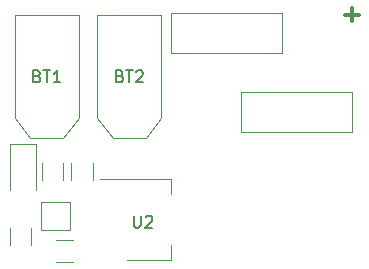
<source format=gbr>
%TF.GenerationSoftware,KiCad,Pcbnew,7.0.7*%
%TF.CreationDate,2024-08-19T02:41:26-07:00*%
%TF.ProjectId,CombatPDB,436f6d62-6174-4504-9442-2e6b69636164,rev?*%
%TF.SameCoordinates,Original*%
%TF.FileFunction,Legend,Top*%
%TF.FilePolarity,Positive*%
%FSLAX46Y46*%
G04 Gerber Fmt 4.6, Leading zero omitted, Abs format (unit mm)*
G04 Created by KiCad (PCBNEW 7.0.7) date 2024-08-19 02:41:26*
%MOMM*%
%LPD*%
G01*
G04 APERTURE LIST*
%ADD10C,0.300000*%
%ADD11C,0.150000*%
%ADD12C,0.120000*%
G04 APERTURE END LIST*
D10*
X163445489Y-63729400D02*
X162302632Y-63729400D01*
X162874060Y-64300828D02*
X162874060Y-63157971D01*
D11*
X136214285Y-68931009D02*
X136357142Y-68978628D01*
X136357142Y-68978628D02*
X136404761Y-69026247D01*
X136404761Y-69026247D02*
X136452380Y-69121485D01*
X136452380Y-69121485D02*
X136452380Y-69264342D01*
X136452380Y-69264342D02*
X136404761Y-69359580D01*
X136404761Y-69359580D02*
X136357142Y-69407200D01*
X136357142Y-69407200D02*
X136261904Y-69454819D01*
X136261904Y-69454819D02*
X135880952Y-69454819D01*
X135880952Y-69454819D02*
X135880952Y-68454819D01*
X135880952Y-68454819D02*
X136214285Y-68454819D01*
X136214285Y-68454819D02*
X136309523Y-68502438D01*
X136309523Y-68502438D02*
X136357142Y-68550057D01*
X136357142Y-68550057D02*
X136404761Y-68645295D01*
X136404761Y-68645295D02*
X136404761Y-68740533D01*
X136404761Y-68740533D02*
X136357142Y-68835771D01*
X136357142Y-68835771D02*
X136309523Y-68883390D01*
X136309523Y-68883390D02*
X136214285Y-68931009D01*
X136214285Y-68931009D02*
X135880952Y-68931009D01*
X136738095Y-68454819D02*
X137309523Y-68454819D01*
X137023809Y-69454819D02*
X137023809Y-68454819D01*
X138166666Y-69454819D02*
X137595238Y-69454819D01*
X137880952Y-69454819D02*
X137880952Y-68454819D01*
X137880952Y-68454819D02*
X137785714Y-68597676D01*
X137785714Y-68597676D02*
X137690476Y-68692914D01*
X137690476Y-68692914D02*
X137595238Y-68740533D01*
X143214285Y-68931009D02*
X143357142Y-68978628D01*
X143357142Y-68978628D02*
X143404761Y-69026247D01*
X143404761Y-69026247D02*
X143452380Y-69121485D01*
X143452380Y-69121485D02*
X143452380Y-69264342D01*
X143452380Y-69264342D02*
X143404761Y-69359580D01*
X143404761Y-69359580D02*
X143357142Y-69407200D01*
X143357142Y-69407200D02*
X143261904Y-69454819D01*
X143261904Y-69454819D02*
X142880952Y-69454819D01*
X142880952Y-69454819D02*
X142880952Y-68454819D01*
X142880952Y-68454819D02*
X143214285Y-68454819D01*
X143214285Y-68454819D02*
X143309523Y-68502438D01*
X143309523Y-68502438D02*
X143357142Y-68550057D01*
X143357142Y-68550057D02*
X143404761Y-68645295D01*
X143404761Y-68645295D02*
X143404761Y-68740533D01*
X143404761Y-68740533D02*
X143357142Y-68835771D01*
X143357142Y-68835771D02*
X143309523Y-68883390D01*
X143309523Y-68883390D02*
X143214285Y-68931009D01*
X143214285Y-68931009D02*
X142880952Y-68931009D01*
X143738095Y-68454819D02*
X144309523Y-68454819D01*
X144023809Y-69454819D02*
X144023809Y-68454819D01*
X144595238Y-68550057D02*
X144642857Y-68502438D01*
X144642857Y-68502438D02*
X144738095Y-68454819D01*
X144738095Y-68454819D02*
X144976190Y-68454819D01*
X144976190Y-68454819D02*
X145071428Y-68502438D01*
X145071428Y-68502438D02*
X145119047Y-68550057D01*
X145119047Y-68550057D02*
X145166666Y-68645295D01*
X145166666Y-68645295D02*
X145166666Y-68740533D01*
X145166666Y-68740533D02*
X145119047Y-68883390D01*
X145119047Y-68883390D02*
X144547619Y-69454819D01*
X144547619Y-69454819D02*
X145166666Y-69454819D01*
X144388095Y-80754819D02*
X144388095Y-81564342D01*
X144388095Y-81564342D02*
X144435714Y-81659580D01*
X144435714Y-81659580D02*
X144483333Y-81707200D01*
X144483333Y-81707200D02*
X144578571Y-81754819D01*
X144578571Y-81754819D02*
X144769047Y-81754819D01*
X144769047Y-81754819D02*
X144864285Y-81707200D01*
X144864285Y-81707200D02*
X144911904Y-81659580D01*
X144911904Y-81659580D02*
X144959523Y-81564342D01*
X144959523Y-81564342D02*
X144959523Y-80754819D01*
X145388095Y-80850057D02*
X145435714Y-80802438D01*
X145435714Y-80802438D02*
X145530952Y-80754819D01*
X145530952Y-80754819D02*
X145769047Y-80754819D01*
X145769047Y-80754819D02*
X145864285Y-80802438D01*
X145864285Y-80802438D02*
X145911904Y-80850057D01*
X145911904Y-80850057D02*
X145959523Y-80945295D01*
X145959523Y-80945295D02*
X145959523Y-81040533D01*
X145959523Y-81040533D02*
X145911904Y-81183390D01*
X145911904Y-81183390D02*
X145340476Y-81754819D01*
X145340476Y-81754819D02*
X145959523Y-81754819D01*
D12*
%TO.C,D1*%
X136135000Y-74715000D02*
X133865000Y-74715000D01*
X133865000Y-74715000D02*
X133865000Y-78600000D01*
X136135000Y-78600000D02*
X136135000Y-74715000D01*
%TO.C,BT1*%
X135590000Y-74210000D02*
X138410000Y-74210000D01*
X135590000Y-74210000D02*
X134290000Y-72510000D01*
X138410000Y-74210000D02*
X139710000Y-72510000D01*
X134290000Y-72510000D02*
X134290000Y-63790000D01*
X139710000Y-72510000D02*
X139710000Y-63790000D01*
X134290000Y-63790000D02*
X139710000Y-63790000D01*
%TO.C,BT2*%
X142590000Y-74210000D02*
X145410000Y-74210000D01*
X142590000Y-74210000D02*
X141290000Y-72510000D01*
X145410000Y-74210000D02*
X146710000Y-72510000D01*
X141290000Y-72510000D02*
X141290000Y-63790000D01*
X146710000Y-72510000D02*
X146710000Y-63790000D01*
X141290000Y-63790000D02*
X146710000Y-63790000D01*
%TO.C,U2*%
X141550000Y-77640000D02*
X147560000Y-77640000D01*
X143800000Y-84460000D02*
X147560000Y-84460000D01*
X147560000Y-77640000D02*
X147560000Y-78900000D01*
X147560000Y-84460000D02*
X147560000Y-83200000D01*
%TO.C,TP3*%
X162899000Y-73700000D02*
X153501000Y-73700000D01*
X162899000Y-70300000D02*
X162899000Y-73700000D01*
X153501000Y-73700000D02*
X153501000Y-70300000D01*
X153501000Y-70300000D02*
X162899000Y-70300000D01*
%TO.C,TP6*%
X156949000Y-66950000D02*
X147551000Y-66950000D01*
X156949000Y-63550000D02*
X156949000Y-66950000D01*
X147551000Y-66950000D02*
X147551000Y-63550000D01*
X147551000Y-63550000D02*
X156949000Y-63550000D01*
%TO.C,R1*%
X135710000Y-81810436D02*
X135710000Y-83264564D01*
X133890000Y-81810436D02*
X133890000Y-83264564D01*
%TO.C,C2*%
X140910000Y-76288748D02*
X140910000Y-77711252D01*
X139090000Y-76288748D02*
X139090000Y-77711252D01*
%TO.C,C1*%
X137788748Y-82840000D02*
X139211252Y-82840000D01*
X137788748Y-84660000D02*
X139211252Y-84660000D01*
%TO.C,TP7*%
X136550000Y-79550000D02*
X138950000Y-79550000D01*
X136550000Y-81950000D02*
X136550000Y-79550000D01*
X138950000Y-79550000D02*
X138950000Y-81950000D01*
X138950000Y-81950000D02*
X136550000Y-81950000D01*
%TO.C,R2*%
X138410000Y-76272936D02*
X138410000Y-77727064D01*
X136590000Y-76272936D02*
X136590000Y-77727064D01*
%TD*%
M02*

</source>
